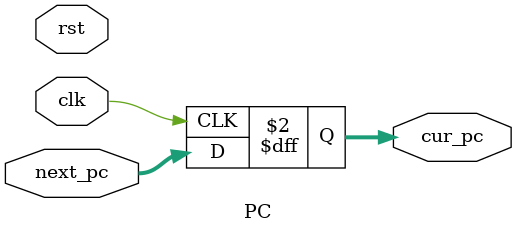
<source format=v>
`timescale 1ns / 1ps
module PC (
    input clk,
    input rst,
    input [31:0] next_pc,
    output reg [31:0] cur_pc);
    
    always @(posedge clk) begin
        if(rst) cur_pc <= 0;
        cur_pc <= next_pc;
    end
    
endmodule
</source>
